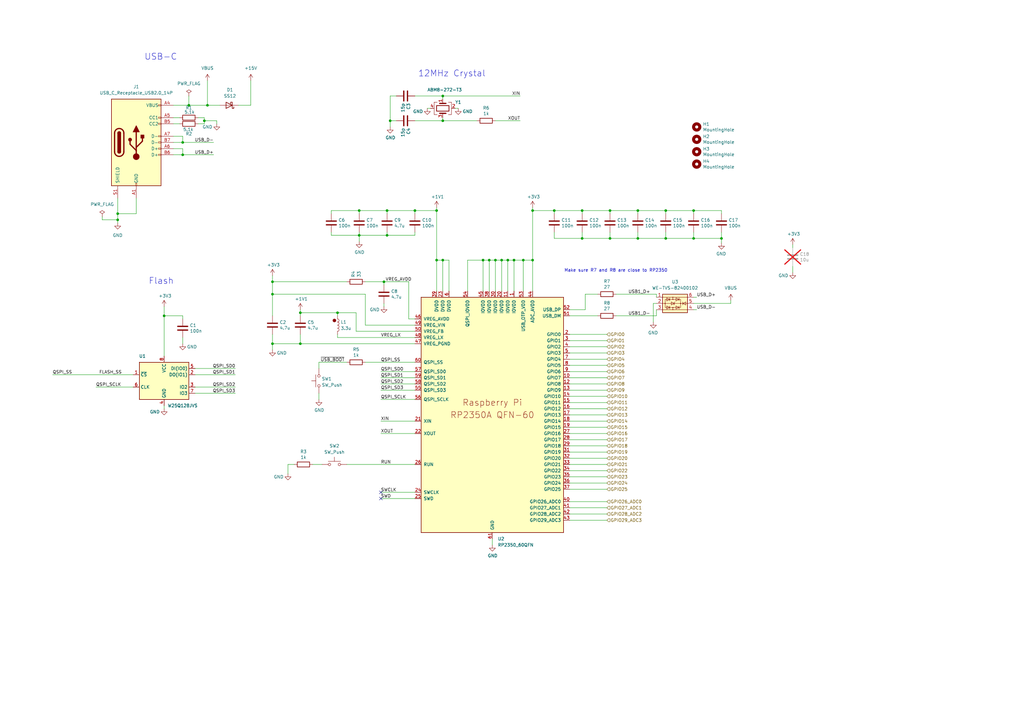
<source format=kicad_sch>
(kicad_sch (version 20250114) (generator "eeschema") (generator_version "9.0")
  (paper "A3")
  (title_block (title "RP2350 MCU") (date "2025-12-11") (rev "1a") (company "Otai Labs") (comment 1 "Design by Syauqi Alias"))
  (lib_symbols
    (symbol "Connector:USB_C_Receptacle_USB2.0_14P" (pin_names (offset 1.016))
      (property "Reference" "J" (at 0 22.225 0))
      (property "Value" "USB_C_Receptacle_USB2.0_14P" (at 0 19.685 0))
      (symbol "USB_C_Receptacle_USB2.0_14P_1_1"
        (pin passive line (at -7.62 -22.86 90) (length 5.08) (name "SHIELD") (number "S1"))
        (pin passive line (at 0 -22.86 90) (length 5.08) (name "GND") (number "A1"))
        (pin passive line (at 0 -22.86 90) (length 5.08) (hide yes) (name "GND") (number "A12"))
        (pin passive line (at 0 -22.86 90) (length 5.08) (hide yes) (name "GND") (number "B1"))
        (pin passive line (at 0 -22.86 90) (length 5.08) (hide yes) (name "GND") (number "B12"))
        (pin passive line (at 15.24 15.24 180) (length 5.08) (name "VBUS") (number "A4"))
        (pin passive line (at 15.24 15.24 180) (length 5.08) (hide yes) (name "VBUS") (number "A9"))
        (pin passive line (at 15.24 15.24 180) (length 5.08) (hide yes) (name "VBUS") (number "B4"))
        (pin passive line (at 15.24 15.24 180) (length 5.08) (hide yes) (name "VBUS") (number "B9"))
        (pin bidirectional line (at 15.24 10.16 180) (length 5.08) (name "CC1") (number "A5"))
        (pin bidirectional line (at 15.24 7.62 180) (length 5.08) (name "CC2") (number "B5"))
        (pin bidirectional line (at 15.24 2.54 180) (length 5.08) (name "D-") (number "A7"))
        (pin bidirectional line (at 15.24 0 180) (length 5.08) (name "D-") (number "B7"))
        (pin bidirectional line (at 15.24 -2.54 180) (length 5.08) (name "D+") (number "A6"))
        (pin bidirectional line (at 15.24 -5.08 180) (length 5.08) (name "D+") (number "B6"))
      )
    )
    (symbol "Device:C" (pin_numbers (hide yes)) (pin_names (offset 0.254))
      (property "Reference" "C" (at 0.635 2.54 0))
      (property "Value" "C" (at 0.635 -2.54 0))
      (symbol "C_1_1"
        (pin passive line (at 0 3.81 270) (length 2.794) (name "~") (number "1"))
        (pin passive line (at 0 -3.81 90) (length 2.794) (name "~") (number "2"))
      )
    )
    (symbol "Device:Crystal_GND24" (pin_names (offset 1.016) (hide yes))
      (property "Reference" "Y" (at 3.175 5.08 0))
      (property "Value" "Crystal_GND24" (at 3.175 3.175 0))
      (symbol "Crystal_GND24_1_1"
        (pin passive line (at -3.81 0 0) (length 1.27) (name "1") (number "1"))
        (pin passive line (at 0 5.08 270) (length 1.27) (name "2") (number "2"))
        (pin passive line (at 0 -5.08 90) (length 1.27) (name "4") (number "4"))
        (pin passive line (at 3.81 0 180) (length 1.27) (name "3") (number "3"))
      )
    )
    (symbol "Device:L" (pin_numbers (hide yes)) (pin_names (offset 1.016) (hide yes))
      (property "Reference" "L" (at -1.27 0 90))
      (property "Value" "L" (at 1.905 0 90))
      (symbol "L_1_1"
        (pin passive line (at 0 3.81 270) (length 1.27) (name "1") (number "1"))
        (pin passive line (at 0 -3.81 90) (length 1.27) (name "2") (number "2"))
      )
    )
    (symbol "Device:R" (pin_numbers (hide yes)) (pin_names (offset 0))
      (property "Reference" "R" (at 2.032 0 90))
      (property "Value" "R" (at 0 0 90))
      (symbol "R_1_1"
        (pin passive line (at 0 3.81 270) (length 1.27) (name "~") (number "1"))
        (pin passive line (at 0 -3.81 90) (length 1.27) (name "~") (number "2"))
      )
    )
    (symbol "Diode:SS12" (pin_numbers (hide yes)) (pin_names (offset 1.016) (hide yes))
      (property "Reference" "D" (at 0 2.54 0))
      (property "Value" "SS12" (at 0 -2.54 0))
      (symbol "SS12_1_1"
        (pin passive line (at -3.81 0 0) (length 2.54) (name "K") (number "1"))
        (pin passive line (at 3.81 0 180) (length 2.54) (name "A") (number "2"))
      )
    )
    (symbol "MCU_RaspberryPi_RP2350:R" (pin_numbers (hide yes)) (pin_names (offset 0))
      (property "Reference" "R" (at 2.032 0 90))
      (property "Value" "R" (at 0 0 90))
      (symbol "R_1_1"
        (pin passive line (at 0 3.81 270) (length 1.27) (name "~") (number "1"))
        (pin passive line (at 0 -3.81 90) (length 1.27) (name "~") (number "2"))
      )
    )
    (symbol "MCU_RaspberryPi_RP2350:RP2350_60QFN" (pin_names (offset 1.016))
      (property "Reference" "U" (at -29.21 49.53 0))
      (property "Value" "RP2350_60QFN" (at 24.13 -49.53 0))
      (symbol "RP2350_60QFN_0_0"
        (text "Raspberry Pi" (at 0 5.08 0) (effects (font (size 2.54 2.54))))
      )
      (symbol "RP2350_60QFN_1_0"
        (text "RP2350A QFN-60" (at 0 0 0) (effects (font (size 2.54 2.54))))
      )
      (symbol "RP2350_60QFN_1_1"
        (pin power_in line (at -31.75 39.37 0) (length 2.54) (name "VREG_AVDD") (number "46"))
        (pin power_in line (at -31.75 36.83 0) (length 2.54) (name "VREG_VIN") (number "49"))
        (pin input line (at -31.75 34.29 0) (length 2.54) (name "VREG_FB") (number "50"))
        (pin power_out line (at -31.75 31.75 0) (length 2.54) (name "VREG_LX") (number "48"))
        (pin power_in line (at -31.75 29.21 0) (length 2.54) (name "VREG_PGND") (number "47"))
        (pin bidirectional line (at -31.75 21.59 0) (length 2.54) (name "QSPI_SS") (number "60"))
        (pin bidirectional line (at -31.75 17.78 0) (length 2.54) (name "QSPI_SD0") (number "57"))
        (pin bidirectional line (at -31.75 15.24 0) (length 2.54) (name "QSPI_SD1") (number "59"))
        (pin bidirectional line (at -31.75 12.7 0) (length 2.54) (name "QSPI_SD2") (number "58"))
        (pin bidirectional line (at -31.75 10.16 0) (length 2.54) (name "QSPI_SD3") (number "55"))
        (pin output line (at -31.75 6.35 0) (length 2.54) (name "QSPI_SCLK") (number "56"))
        (pin input line (at -31.75 -2.54 0) (length 2.54) (name "XIN") (number "21"))
        (pin passive line (at -31.75 -7.62 0) (length 2.54) (name "XOUT") (number "22"))
        (pin input line (at -31.75 -20.32 0) (length 2.54) (name "RUN") (number "26"))
        (pin output line (at -31.75 -31.75 0) (length 2.54) (name "SWCLK") (number "24"))
        (pin bidirectional line (at -31.75 -34.29 0) (length 2.54) (name "SWD") (number "25"))
        (pin power_in line (at -22.86 50.8 270) (length 2.54) (name "DVDD") (number "39"))
        (pin power_in line (at -20.32 50.8 270) (length 2.54) (name "DVDD") (number "23"))
        (pin power_in line (at -17.78 50.8 270) (length 2.54) (name "DVDD") (number "6"))
        (pin power_in line (at -10.16 50.8 270) (length 2.54) (name "QSPI_IOVDD") (number "54"))
        (pin power_in line (at -3.81 50.8 270) (length 2.54) (name "IOVDD") (number "45"))
        (pin power_in line (at -1.27 50.8 270) (length 2.54) (name "IOVDD") (number "38"))
        (pin power_in line (at 0 -50.8 90) (length 2.54) (name "GND") (number "61"))
        (pin power_in line (at 1.27 50.8 270) (length 2.54) (name "IOVDD") (number "30"))
        (pin power_in line (at 3.81 50.8 270) (length 2.54) (name "IOVDD") (number "20"))
        (pin power_in line (at 6.35 50.8 270) (length 2.54) (name "IOVDD") (number "11"))
        (pin power_in line (at 8.89 50.8 270) (length 2.54) (name "IOVDD") (number "1"))
        (pin power_in line (at 12.7 50.8 270) (length 2.54) (name "USB_OTP_VDD") (number "53"))
        (pin power_in line (at 16.51 50.8 270) (length 2.54) (name "ADC_AVDD") (number "44"))
        (pin bidirectional line (at 31.75 43.18 180) (length 2.54) (name "USB_DP") (number "52"))
        (pin bidirectional line (at 31.75 40.64 180) (length 2.54) (name "USB_DM") (number "51"))
        (pin bidirectional line (at 31.75 33.02 180) (length 2.54) (name "GPIO0") (number "2"))
        (pin bidirectional line (at 31.75 30.48 180) (length 2.54) (name "GPIO1") (number "3"))
        (pin bidirectional line (at 31.75 27.94 180) (length 2.54) (name "GPIO2") (number "4"))
        (pin bidirectional line (at 31.75 25.4 180) (length 2.54) (name "GPIO3") (number "5"))
        (pin bidirectional line (at 31.75 22.86 180) (length 2.54) (name "GPIO4") (number "7"))
        (pin bidirectional line (at 31.75 20.32 180) (length 2.54) (name "GPIO5") (number "8"))
        (pin bidirectional line (at 31.75 17.78 180) (length 2.54) (name "GPIO6") (number "9"))
        (pin bidirectional line (at 31.75 15.24 180) (length 2.54) (name "GPIO7") (number "10"))
        (pin bidirectional line (at 31.75 12.7 180) (length 2.54) (name "GPIO8") (number "12"))
        (pin bidirectional line (at 31.75 10.16 180) (length 2.54) (name "GPIO9") (number "13"))
        (pin bidirectional line (at 31.75 7.62 180) (length 2.54) (name "GPIO10") (number "14"))
        (pin bidirectional line (at 31.75 5.08 180) (length 2.54) (name "GPIO11") (number "15"))
        (pin bidirectional line (at 31.75 2.54 180) (length 2.54) (name "GPIO12") (number "16"))
        (pin bidirectional line (at 31.75 0 180) (length 2.54) (name "GPIO13") (number "17"))
        (pin bidirectional line (at 31.75 -2.54 180) (length 2.54) (name "GPIO14") (number "18"))
        (pin bidirectional line (at 31.75 -5.08 180) (length 2.54) (name "GPIO15") (number "19"))
        (pin bidirectional line (at 31.75 -7.62 180) (length 2.54) (name "GPIO16") (number "27"))
        (pin bidirectional line (at 31.75 -10.16 180) (length 2.54) (name "GPIO17") (number "28"))
        (pin bidirectional line (at 31.75 -12.7 180) (length 2.54) (name "GPIO18") (number "29"))
        (pin bidirectional line (at 31.75 -15.24 180) (length 2.54) (name "GPIO19") (number "31"))
        (pin bidirectional line (at 31.75 -17.78 180) (length 2.54) (name "GPIO20") (number "32"))
        (pin bidirectional line (at 31.75 -20.32 180) (length 2.54) (name "GPIO21") (number "33"))
        (pin bidirectional line (at 31.75 -22.86 180) (length 2.54) (name "GPIO22") (number "34"))
        (pin bidirectional line (at 31.75 -25.4 180) (length 2.54) (name "GPIO23") (number "35"))
        (pin bidirectional line (at 31.75 -27.94 180) (length 2.54) (name "GPIO24") (number "36"))
        (pin bidirectional line (at 31.75 -30.48 180) (length 2.54) (name "GPIO25") (number "37"))
        (pin bidirectional line (at 31.75 -35.56 180) (length 2.54) (name "GPIO26_ADC0") (number "40"))
        (pin bidirectional line (at 31.75 -38.1 180) (length 2.54) (name "GPIO27_ADC1") (number "41"))
        (pin bidirectional line (at 31.75 -40.64 180) (length 2.54) (name "GPIO28_ADC2") (number "42"))
        (pin bidirectional line (at 31.75 -43.18 180) (length 2.54) (name "GPIO29_ADC3") (number "43"))
      )
    )
    (symbol "MCU_RaspberryPi_RP2350:SW_Push" (pin_numbers (hide yes)) (pin_names (offset 1.016) (hide yes))
      (property "Reference" "SW" (at 1.27 2.54 0))
      (property "Value" "SW_Push" (at 0 -1.524 0))
      (symbol "SW_Push_0_1"
        (pin passive line (at -5.08 0 0) (length 2.54) (name "1") (number "1"))
        (pin passive line (at 5.08 0 180) (length 2.54) (name "2") (number "2"))
      )
    )
    (symbol "MCU_RaspberryPi_RP2350:W25Q128JVS"
      (property "Reference" "U" (at -8.89 8.89 0))
      (property "Value" "W25Q128JVS" (at 7.62 8.89 0))
      (symbol "W25Q128JVS_1_1"
        (pin input line (at -12.7 2.54 0) (length 2.54) (name "~{CS}") (number "1"))
        (pin input line (at -12.7 -2.54 0) (length 2.54) (name "CLK") (number "6"))
        (pin power_in line (at 0 10.16 270) (length 2.54) (name "VCC") (number "8"))
        (pin power_in line (at 0 -10.16 90) (length 2.54) (name "GND") (number "4"))
        (pin bidirectional line (at 12.7 5.08 180) (length 2.54) (name "DI(IO0)") (number "5"))
        (pin bidirectional line (at 12.7 2.54 180) (length 2.54) (name "DO(IO1)") (number "2"))
        (pin bidirectional line (at 12.7 -2.54 180) (length 2.54) (name "IO2") (number "3"))
        (pin bidirectional line (at 12.7 -5.08 180) (length 2.54) (name "IO3") (number "7"))
      )
    )
    (symbol "Mechanical:MountingHole" (pin_names (offset 1.016))
      (property "Reference" "H" (at 0 5.08 0))
      (property "Value" "MountingHole" (at 0 3.175 0))
    )
    (symbol "Power_Protection:WE-TVS-82400102"
      (property "Reference" "U" (at 0 7.62 0))
      (property "Value" "WE-TVS-82400102" (at 0 5.08 0))
      (symbol "WE-TVS-82400102_1_1"
        (pin passive line (at -7.62 2.54 0) (length 2.54) (name "~") (number "1"))
        (pin passive line (at -7.62 0 0) (length 2.54) (name "~") (number "2"))
        (pin passive line (at -7.62 -2.54 0) (length 2.54) (name "~") (number "3"))
        (pin passive line (at 7.62 2.54 180) (length 2.54) (name "~") (number "6"))
        (pin passive line (at 7.62 0 180) (length 2.54) (name "~") (number "5"))
        (pin passive line (at 7.62 -2.54 180) (length 2.54) (name "~") (number "4"))
      )
    )
    (symbol "power:+15V" (power) (pin_numbers (hide yes)) (pin_names (offset 0) (hide yes))
      (property "Value" "+15V" (at 0 3.556 0))
      (symbol "+15V_1_1"
        (pin power_in line (at 0 0 90) (length 0) (name "~") (number "1"))
      )
    )
    (symbol "power:+1V1" (power) (pin_names (offset 0))
      (property "Value" "+1V1" (at 0 3.556 0))
      (symbol "+1V1_1_1"
        (pin power_in line (at 0 0 90) (length 0) (hide yes) (name "+1V1") (number "1"))
      )
    )
    (symbol "power:+3V3" (power) (pin_names (offset 0))
      (property "Value" "+3V3" (at 0 3.556 0))
      (symbol "+3V3_1_1"
        (pin power_in line (at 0 0 90) (length 0) (hide yes) (name "+3V3") (number "1"))
      )
    )
    (symbol "power:GND" (power) (pin_names (offset 0))
      (property "Value" "GND" (at 0 -3.81 0))
      (symbol "GND_1_1"
        (pin power_in line (at 0 0 270) (length 0) (hide yes) (name "GND") (number "1"))
      )
    )
    (symbol "power:PWR_FLAG" (power) (pin_numbers (hide yes)) (pin_names (offset 0) (hide yes))
      (property "Value" "PWR_FLAG" (at 0 3.81 0))
      (symbol "PWR_FLAG_0_0"
        (pin power_out line (at 0 0 90) (length 0) (name "~") (number "1"))
      )
    )
    (symbol "power:VBUS" (power) (pin_names (offset 0))
      (property "Value" "VBUS" (at 0 3.81 0))
      (symbol "VBUS_1_1"
        (pin power_in line (at 0 0 90) (length 0) (hide yes) (name "VBUS") (number "1"))
      )
    )
  )
  (circle (center 137.16 131.445) (radius 0.635) (stroke (width 0) (color 132 0 0 1)) (fill (type color) (color 132 0 0 1)))
  (text "12MHz Crystal" (at 171.45 31.75 0) (effects (font (size 2.54 2.54)) (justify left bottom)))
  (text "USB-C" (at 59.182 24.892 0) (effects (font (size 2.54 2.54)) (justify left bottom)))
  (text "- change the usb to to usb-c [done]\n- review back how the UCB C voltage supply are connected, since the main input is 15V [done]\n\n" (at 25.654 -8.636 0) (effects (font (size 1.27 1.27)) (justify left)))
  (text "Flash" (at 60.96 116.84 0) (effects (font (size 2.54 2.54)) (justify left bottom)))
  (text "Make sure R7 and R8 are close to RP2350\n" (at 231.394 111.76 0) (effects (font (size 1.27 1.27)) (justify left bottom)))
  (junction (at 261.62 97.79))
  (junction (at 284.48 86.36))
  (junction (at 111.76 140.97))
  (junction (at 160.02 49.53))
  (junction (at 158.75 96.52))
  (junction (at 77.47 43.18))
  (junction (at 181.61 39.37))
  (junction (at 250.19 86.36))
  (junction (at 210.82 106.68))
  (junction (at 48.26 90.17))
  (junction (at 179.07 86.36))
  (junction (at 85.09 43.18))
  (junction (at 273.05 86.36))
  (junction (at 170.18 86.36))
  (junction (at 147.32 96.52))
  (junction (at 111.76 115.57))
  (junction (at 238.76 97.79))
  (junction (at 138.43 128.27))
  (junction (at 208.28 106.68))
  (junction (at 295.91 97.79))
  (junction (at 181.61 106.68))
  (junction (at 198.12 106.68))
  (junction (at 74.93 63.5))
  (junction (at 179.07 106.68))
  (junction (at 227.33 86.36))
  (junction (at 250.19 97.79))
  (junction (at 83.82 49.53))
  (junction (at 111.76 120.65))
  (junction (at 218.44 106.68))
  (junction (at 67.31 129.54))
  (junction (at 214.63 106.68))
  (junction (at 123.19 128.27))
  (junction (at 200.66 106.68))
  (junction (at 158.75 86.36))
  (junction (at 123.19 140.97))
  (junction (at 147.32 86.36))
  (junction (at 157.48 115.57))
  (junction (at 74.93 58.42))
  (junction (at 261.62 86.36))
  (junction (at 273.05 97.79))
  (junction (at 218.44 86.36))
  (junction (at 284.48 97.79))
  (junction (at 205.74 106.68))
  (junction (at 203.2 106.68))
  (junction (at 48.26 87.63))
  (junction (at 238.76 86.36))
  (junction (at 181.61 49.53))
  (no_connect (at 156.21 204.47))
  (no_connect (at 156.21 201.93))
  (wire (pts (xy 233.68 170.18) (xy 248.92 170.18)))
  (wire (pts (xy 170.18 177.8) (xy 156.21 177.8)))
  (wire (pts (xy 252.73 120.65) (xy 269.24 120.65)))
  (wire (pts (xy 299.72 123.19) (xy 299.72 124.46)))
  (wire (pts (xy 184.15 106.68) (xy 184.15 119.38)))
  (wire (pts (xy 147.32 86.36) (xy 158.75 86.36)))
  (wire (pts (xy 74.93 129.54) (xy 67.31 129.54)))
  (wire (pts (xy 111.76 120.65) (xy 111.76 129.54)))
  (wire (pts (xy 157.48 125.73) (xy 157.48 124.46)))
  (wire (pts (xy 111.76 120.65) (xy 149.86 120.65)))
  (wire (pts (xy 156.21 154.94) (xy 170.18 154.94)))
  (wire (pts (xy 85.09 43.18) (xy 90.17 43.18)))
  (wire (pts (xy 233.68 127) (xy 240.03 127)))
  (wire (pts (xy 233.68 137.16) (xy 248.92 137.16)))
  (wire (pts (xy 233.68 185.42) (xy 248.92 185.42)))
  (wire (pts (xy 205.74 106.68) (xy 208.28 106.68)))
  (wire (pts (xy 146.05 128.27) (xy 138.43 128.27)))
  (wire (pts (xy 284.48 97.79) (xy 295.91 97.79)))
  (wire (pts (xy 238.76 95.25) (xy 238.76 97.79)))
  (wire (pts (xy 147.32 96.52) (xy 158.75 96.52)))
  (wire (pts (xy 203.2 106.68) (xy 205.74 106.68)))
  (wire (pts (xy 284.48 95.25) (xy 284.48 97.79)))
  (wire (pts (xy 208.28 106.68) (xy 210.82 106.68)))
  (wire (pts (xy 233.68 182.88) (xy 248.92 182.88)))
  (wire (pts (xy 269.24 127) (xy 269.24 129.54)))
  (wire (pts (xy 67.31 129.54) (xy 67.31 146.05)))
  (wire (pts (xy 48.26 81.28) (xy 48.26 87.63)))
  (wire (pts (xy 67.31 166.37) (xy 67.31 167.64)))
  (wire (pts (xy 149.86 148.59) (xy 170.18 148.59)))
  (wire (pts (xy 284.48 87.63) (xy 284.48 86.36)))
  (wire (pts (xy 233.68 129.54) (xy 245.11 129.54)))
  (wire (pts (xy 325.12 109.22) (xy 325.12 111.76)))
  (wire (pts (xy 135.89 86.36) (xy 147.32 86.36)))
  (wire (pts (xy 181.61 119.38) (xy 181.61 106.68)))
  (wire (pts (xy 170.18 39.37) (xy 181.61 39.37)))
  (wire (pts (xy 80.01 161.29) (xy 96.52 161.29)))
  (wire (pts (xy 128.27 190.5) (xy 132.08 190.5)))
  (wire (pts (xy 233.68 195.58) (xy 248.92 195.58)))
  (wire (pts (xy 238.76 86.36) (xy 250.19 86.36)))
  (wire (pts (xy 39.37 158.75) (xy 54.61 158.75)))
  (wire (pts (xy 233.68 149.86) (xy 248.92 149.86)))
  (wire (pts (xy 156.21 160.02) (xy 170.18 160.02)))
  (wire (pts (xy 240.03 120.65) (xy 240.03 127)))
  (wire (pts (xy 138.43 138.43) (xy 170.18 138.43)))
  (wire (pts (xy 179.07 85.09) (xy 179.07 86.36)))
  (wire (pts (xy 227.33 95.25) (xy 227.33 97.79)))
  (wire (pts (xy 267.97 132.08) (xy 267.97 124.46)))
  (wire (pts (xy 175.26 44.45) (xy 176.53 44.45)))
  (wire (pts (xy 83.82 49.53) (xy 88.9 49.53)))
  (wire (pts (xy 74.93 130.81) (xy 74.93 129.54)))
  (wire (pts (xy 181.61 48.26) (xy 181.61 49.53)))
  (wire (pts (xy 170.18 87.63) (xy 170.18 86.36)))
  (wire (pts (xy 191.77 106.68) (xy 198.12 106.68)))
  (wire (pts (xy 156.21 172.72) (xy 170.18 172.72)))
  (wire (pts (xy 77.47 43.18) (xy 85.09 43.18)))
  (wire (pts (xy 233.68 180.34) (xy 248.92 180.34)))
  (wire (pts (xy 158.75 86.36) (xy 170.18 86.36)))
  (wire (pts (xy 186.69 44.45) (xy 187.96 44.45)))
  (wire (pts (xy 123.19 140.97) (xy 170.18 140.97)))
  (wire (pts (xy 181.61 106.68) (xy 184.15 106.68)))
  (wire (pts (xy 218.44 106.68) (xy 218.44 119.38)))
  (wire (pts (xy 325.12 100.33) (xy 325.12 101.6)))
  (wire (pts (xy 71.12 50.8) (xy 73.66 50.8)))
  (wire (pts (xy 147.32 87.63) (xy 147.32 86.36)))
  (wire (pts (xy 233.68 208.28) (xy 248.92 208.28)))
  (wire (pts (xy 111.76 115.57) (xy 142.24 115.57)))
  (wire (pts (xy 88.9 49.53) (xy 88.9 50.8)))
  (wire (pts (xy 146.05 135.89) (xy 146.05 128.27)))
  (wire (pts (xy 284.48 86.36) (xy 295.91 86.36)))
  (wire (pts (xy 261.62 95.25) (xy 261.62 97.79)))
  (wire (pts (xy 142.24 190.5) (xy 170.18 190.5)))
  (wire (pts (xy 123.19 137.16) (xy 123.19 140.97)))
  (wire (pts (xy 191.77 119.38) (xy 191.77 106.68)))
  (wire (pts (xy 48.26 87.63) (xy 55.88 87.63)))
  (wire (pts (xy 233.68 193.04) (xy 248.92 193.04)))
  (wire (pts (xy 102.87 33.02) (xy 102.87 43.18)))
  (wire (pts (xy 81.28 48.26) (xy 83.82 48.26)))
  (wire (pts (xy 295.91 95.25) (xy 295.91 97.79)))
  (wire (pts (xy 170.18 201.93) (xy 156.21 201.93)))
  (wire (pts (xy 71.12 43.18) (xy 77.47 43.18)))
  (wire (pts (xy 157.48 115.57) (xy 167.64 115.57)))
  (wire (pts (xy 167.64 115.57) (xy 167.64 130.81)))
  (wire (pts (xy 233.68 162.56) (xy 248.92 162.56)))
  (wire (pts (xy 55.88 87.63) (xy 55.88 81.28)))
  (wire (pts (xy 149.86 115.57) (xy 157.48 115.57)))
  (wire (pts (xy 156.21 157.48) (xy 170.18 157.48)))
  (wire (pts (xy 233.68 190.5) (xy 248.92 190.5)))
  (wire (pts (xy 233.68 172.72) (xy 248.92 172.72)))
  (wire (pts (xy 80.01 151.13) (xy 96.52 151.13)))
  (wire (pts (xy 284.48 97.79) (xy 273.05 97.79)))
  (wire (pts (xy 273.05 87.63) (xy 273.05 86.36)))
  (wire (pts (xy 147.32 96.52) (xy 135.89 96.52)))
  (wire (pts (xy 111.76 140.97) (xy 111.76 143.51)))
  (wire (pts (xy 240.03 120.65) (xy 245.11 120.65)))
  (wire (pts (xy 167.64 130.81) (xy 170.18 130.81)))
  (wire (pts (xy 233.68 187.96) (xy 248.92 187.96)))
  (wire (pts (xy 162.56 39.37) (xy 160.02 39.37)))
  (wire (pts (xy 233.68 175.26) (xy 248.92 175.26)))
  (wire (pts (xy 138.43 128.27) (xy 138.43 129.54)))
  (wire (pts (xy 135.89 87.63) (xy 135.89 86.36)))
  (wire (pts (xy 227.33 87.63) (xy 227.33 86.36)))
  (wire (pts (xy 208.28 119.38) (xy 208.28 106.68)))
  (wire (pts (xy 83.82 50.8) (xy 81.28 50.8)))
  (wire (pts (xy 273.05 97.79) (xy 261.62 97.79)))
  (wire (pts (xy 210.82 106.68) (xy 214.63 106.68)))
  (wire (pts (xy 80.01 158.75) (xy 96.52 158.75)))
  (wire (pts (xy 74.93 63.5) (xy 87.63 63.5)))
  (wire (pts (xy 118.11 190.5) (xy 118.11 194.31)))
  (wire (pts (xy 238.76 87.63) (xy 238.76 86.36)))
  (wire (pts (xy 273.05 86.36) (xy 284.48 86.36)))
  (wire (pts (xy 238.76 97.79) (xy 227.33 97.79)))
  (wire (pts (xy 77.47 39.37) (xy 77.47 43.18)))
  (wire (pts (xy 250.19 95.25) (xy 250.19 97.79)))
  (wire (pts (xy 130.81 148.59) (xy 142.24 148.59)))
  (wire (pts (xy 284.48 121.92) (xy 285.75 121.92)))
  (wire (pts (xy 158.75 95.25) (xy 158.75 96.52)))
  (wire (pts (xy 295.91 87.63) (xy 295.91 86.36)))
  (wire (pts (xy 201.93 220.98) (xy 201.93 223.52)))
  (wire (pts (xy 123.19 128.27) (xy 138.43 128.27)))
  (wire (pts (xy 233.68 142.24) (xy 248.92 142.24)))
  (wire (pts (xy 181.61 39.37) (xy 213.36 39.37)))
  (wire (pts (xy 71.12 63.5) (xy 74.93 63.5)))
  (wire (pts (xy 233.68 160.02) (xy 248.92 160.02)))
  (wire (pts (xy 233.68 198.12) (xy 248.92 198.12)))
  (wire (pts (xy 111.76 113.03) (xy 111.76 115.57)))
  (wire (pts (xy 227.33 86.36) (xy 238.76 86.36)))
  (wire (pts (xy 74.93 63.5) (xy 74.93 60.96)))
  (wire (pts (xy 147.32 96.52) (xy 147.32 99.06)))
  (wire (pts (xy 181.61 49.53) (xy 195.58 49.53)))
  (wire (pts (xy 83.82 49.53) (xy 83.82 50.8)))
  (wire (pts (xy 181.61 40.64) (xy 181.61 39.37)))
  (wire (pts (xy 170.18 49.53) (xy 181.61 49.53)))
  (wire (pts (xy 74.93 58.42) (xy 74.93 55.88)))
  (wire (pts (xy 233.68 177.8) (xy 248.92 177.8)))
  (wire (pts (xy 205.74 119.38) (xy 205.74 106.68)))
  (wire (pts (xy 295.91 97.79) (xy 295.91 99.695)))
  (wire (pts (xy 218.44 86.36) (xy 218.44 106.68)))
  (wire (pts (xy 250.19 86.36) (xy 261.62 86.36)))
  (wire (pts (xy 158.75 87.63) (xy 158.75 86.36)))
  (wire (pts (xy 233.68 139.7) (xy 248.92 139.7)))
  (wire (pts (xy 147.32 95.25) (xy 147.32 96.52)))
  (wire (pts (xy 74.93 58.42) (xy 87.63 58.42)))
  (wire (pts (xy 198.12 119.38) (xy 198.12 106.68)))
  (wire (pts (xy 233.68 213.36) (xy 248.92 213.36)))
  (wire (pts (xy 83.82 48.26) (xy 83.82 49.53)))
  (wire (pts (xy 233.68 147.32) (xy 248.92 147.32)))
  (wire (pts (xy 160.02 39.37) (xy 160.02 49.53)))
  (wire (pts (xy 123.19 129.54) (xy 123.19 128.27)))
  (wire (pts (xy 233.68 167.64) (xy 248.92 167.64)))
  (wire (pts (xy 111.76 140.97) (xy 123.19 140.97)))
  (wire (pts (xy 170.18 204.47) (xy 156.21 204.47)))
  (wire (pts (xy 158.75 96.52) (xy 170.18 96.52)))
  (wire (pts (xy 284.48 127) (xy 285.75 127)))
  (wire (pts (xy 179.07 86.36) (xy 179.07 106.68)))
  (wire (pts (xy 111.76 115.57) (xy 111.76 120.65)))
  (wire (pts (xy 71.12 48.26) (xy 73.66 48.26)))
  (wire (pts (xy 261.62 97.79) (xy 250.19 97.79)))
  (wire (pts (xy 218.44 86.36) (xy 227.33 86.36)))
  (wire (pts (xy 233.68 165.1) (xy 248.92 165.1)))
  (wire (pts (xy 261.62 86.36) (xy 273.05 86.36)))
  (wire (pts (xy 156.21 152.4) (xy 170.18 152.4)))
  (wire (pts (xy 233.68 200.66) (xy 248.92 200.66)))
  (wire (pts (xy 170.18 96.52) (xy 170.18 95.25)))
  (wire (pts (xy 135.89 96.52) (xy 135.89 95.25)))
  (wire (pts (xy 71.12 60.96) (xy 74.93 60.96)))
  (wire (pts (xy 130.81 161.29) (xy 130.81 163.83)))
  (wire (pts (xy 269.24 120.65) (xy 269.24 121.92)))
  (wire (pts (xy 214.63 119.38) (xy 214.63 106.68)))
  (wire (pts (xy 130.81 148.59) (xy 130.81 151.13)))
  (wire (pts (xy 170.18 86.36) (xy 179.07 86.36)))
  (wire (pts (xy 203.2 119.38) (xy 203.2 106.68)))
  (wire (pts (xy 162.56 49.53) (xy 160.02 49.53)))
  (wire (pts (xy 120.65 190.5) (xy 118.11 190.5)))
  (wire (pts (xy 160.02 49.53) (xy 160.02 52.07)))
  (wire (pts (xy 179.07 106.68) (xy 179.07 119.38)))
  (wire (pts (xy 233.68 210.82) (xy 248.92 210.82)))
  (wire (pts (xy 80.01 153.67) (xy 96.52 153.67)))
  (wire (pts (xy 41.91 90.17) (xy 48.26 90.17)))
  (wire (pts (xy 200.66 119.38) (xy 200.66 106.68)))
  (wire (pts (xy 198.12 106.68) (xy 200.66 106.68)))
  (wire (pts (xy 157.48 115.57) (xy 157.48 116.84)))
  (wire (pts (xy 261.62 87.63) (xy 261.62 86.36)))
  (wire (pts (xy 203.2 49.53) (xy 213.36 49.53)))
  (wire (pts (xy 48.26 87.63) (xy 48.26 90.17)))
  (wire (pts (xy 200.66 106.68) (xy 203.2 106.68)))
  (wire (pts (xy 250.19 87.63) (xy 250.19 86.36)))
  (wire (pts (xy 218.44 85.09) (xy 218.44 86.36)))
  (wire (pts (xy 233.68 152.4) (xy 248.92 152.4)))
  (wire (pts (xy 233.68 154.94) (xy 248.92 154.94)))
  (wire (pts (xy 149.86 120.65) (xy 149.86 133.35)))
  (wire (pts (xy 97.79 43.18) (xy 102.87 43.18)))
  (wire (pts (xy 67.31 125.73) (xy 67.31 129.54)))
  (wire (pts (xy 48.26 90.17) (xy 48.26 91.44)))
  (wire (pts (xy 233.68 205.74) (xy 248.92 205.74)))
  (wire (pts (xy 170.18 163.83) (xy 156.21 163.83)))
  (wire (pts (xy 71.12 58.42) (xy 74.93 58.42)))
  (wire (pts (xy 250.19 97.79) (xy 238.76 97.79)))
  (wire (pts (xy 85.09 33.02) (xy 85.09 43.18)))
  (wire (pts (xy 138.43 138.43) (xy 138.43 137.16)))
  (wire (pts (xy 233.68 157.48) (xy 248.92 157.48)))
  (wire (pts (xy 233.68 144.78) (xy 248.92 144.78)))
  (wire (pts (xy 181.61 106.68) (xy 179.07 106.68)))
  (wire (pts (xy 273.05 95.25) (xy 273.05 97.79)))
  (wire (pts (xy 71.12 55.88) (xy 74.93 55.88)))
  (wire (pts (xy 74.93 138.43) (xy 74.93 140.97)))
  (wire (pts (xy 210.82 106.68) (xy 210.82 119.38)))
  (wire (pts (xy 111.76 137.16) (xy 111.76 140.97)))
  (wire (pts (xy 149.86 133.35) (xy 170.18 133.35)))
  (wire (pts (xy 123.19 127) (xy 123.19 128.27)))
  (wire (pts (xy 284.48 124.46) (xy 299.72 124.46)))
  (wire (pts (xy 214.63 106.68) (xy 218.44 106.68)))
  (wire (pts (xy 252.73 129.54) (xy 269.24 129.54)))
  (wire (pts (xy 170.18 135.89) (xy 146.05 135.89)))
  (wire (pts (xy 21.59 153.67) (xy 54.61 153.67)))
  (wire (pts (xy 267.97 124.46) (xy 269.24 124.46)))
  (wire (pts (xy 41.91 88.9) (xy 41.91 90.17)))
  (label "USB_D-" (at 87.63 58.42 180))
  (label "QSPI_SD3" (at 96.52 161.29 180))
  (label "QSPI_SD1" (at 96.52 153.67 180))
  (label "USB_D+" (at 87.63 63.5 180))
  (label "QSPI_SD1" (at 156.21 154.94 0))
  (label "VREG_AVDD" (at 158.115 115.57 0))
  (label "QSPI_SS" (at 156.21 148.59 0))
  (label "USB_D+" (at 285.75 121.92 0))
  (label "QSPI_SD0" (at 96.52 151.13 180))
  (label "~{USB_BOOT}" (at 131.445 148.59 0))
  (label "QSPI_SCLK" (at 156.21 163.83 0))
  (label "QSPI_SD2" (at 156.21 157.48 0))
  (label "QSPI_SCLK" (at 39.37 158.75 0))
  (label "QSPI_SD2" (at 96.52 158.75 180))
  (label "RUN" (at 156.21 190.5 0))
  (label "SWD" (at 156.21 204.47 0))
  (label "USB1_D+" (at 266.7 120.65 180))
  (label "FLASH_SS" (at 40.64 153.67 0))
  (label "QSPI_SD0" (at 156.21 152.4 0))
  (label "XIN" (at 213.36 39.37 180))
  (label "XOUT" (at 213.36 49.53 180))
  (label "XIN" (at 156.21 172.72 0))
  (label "USB_D-" (at 285.75 127 0))
  (label "SWCLK" (at 156.21 201.93 0))
  (label "XOUT" (at 156.21 177.8 0))
  (label "VREG_LX" (at 156.21 138.43 0))
  (label "USB1_D-" (at 266.7 129.54 180))
  (label "QSPI_SD3" (at 156.21 160.02 0))
  (label "QSPI_SS" (at 21.59 153.67 0))
  (hierarchical_label "GPIO27_ADC1" (shape input) (at 248.92 208.28 0))
  (hierarchical_label "GPIO0" (shape input) (at 248.92 137.16 0))
  (hierarchical_label "GPIO19" (shape input) (at 248.92 185.42 0))
  (hierarchical_label "GPIO6" (shape input) (at 248.92 152.4 0))
  (hierarchical_label "GPIO5" (shape input) (at 248.92 149.86 0))
  (hierarchical_label "GPIO17" (shape input) (at 248.92 180.34 0))
  (hierarchical_label "GPIO9" (shape input) (at 248.92 160.02 0))
  (hierarchical_label "GPIO4" (shape input) (at 248.92 147.32 0))
  (hierarchical_label "GPIO15" (shape input) (at 248.92 175.26 0))
  (hierarchical_label "GPIO16" (shape input) (at 248.92 177.8 0))
  (hierarchical_label "GPIO11" (shape input) (at 248.92 165.1 0))
  (hierarchical_label "GPIO3" (shape input) (at 248.92 144.78 0))
  (hierarchical_label "GPIO13" (shape input) (at 248.92 170.18 0))
  (hierarchical_label "GPIO12" (shape input) (at 248.92 167.64 0))
  (hierarchical_label "GPIO14" (shape input) (at 248.92 172.72 0))
  (hierarchical_label "GPIO20" (shape input) (at 248.92 187.96 0))
  (hierarchical_label "GPIO7" (shape input) (at 248.92 154.94 0))
  (hierarchical_label "GPIO2" (shape input) (at 248.92 142.24 0))
  (hierarchical_label "GPIO10" (shape input) (at 248.92 162.56 0))
  (hierarchical_label "GPIO18" (shape input) (at 248.92 182.88 0))
  (hierarchical_label "GPIO28_ADC2" (shape input) (at 248.92 210.82 0))
  (hierarchical_label "GPIO23" (shape input) (at 248.92 195.58 0))
  (hierarchical_label "GPIO25" (shape input) (at 248.92 200.66 0))
  (hierarchical_label "GPIO24" (shape input) (at 248.92 198.12 0))
  (hierarchical_label "GPIO29_ADC3" (shape input) (at 248.92 213.36 0))
  (hierarchical_label "GPIO8" (shape input) (at 248.92 157.48 0))
  (hierarchical_label "GPIO21" (shape input) (at 248.92 190.5 0))
  (hierarchical_label "GPIO1" (shape input) (at 248.92 139.7 0))
  (hierarchical_label "GPIO26_ADC0" (shape input) (at 248.92 205.74 0))
  (hierarchical_label "GPIO22" (shape input) (at 248.92 193.04 0))
  (symbol (lib_id "MCU_RaspberryPi_RP2350:W25Q128JVS") (at 67.31 156.21 0) (unit 1)
    (property "Reference" "U1" (at 58.42 146.05 0))
    (property "Value" "W25Q128JVS" (at 74.93 166.37 0))
    (property "Footprint" "Package_SO:SOIC-8_5.3x5.3mm_P1.27mm" (effects (hide yes)))
    (property "Datasheet" "http://www.winbond.com/resource-files/w25q128jv_dtr%20revc%2003272018%20plus.pdf" (effects (hide yes)))
    (property "MPN" "W25Q128JVSIM TR " (effects (hide yes)))
    (property "mouser" "454-W25Q128JVSIMTR " (effects (hide yes)))
  )
  (symbol (lib_id "power:GND") (at 201.93 223.52 0) (unit 1)
    (property "Reference" "#PWR019" (effects (hide yes)))
    (property "Value" "GND" (at 202.057 227.9142 0))
  )
  (symbol (lib_id "Device:R") (at 248.92 120.65 270) (unit 1)
    (property "Reference" "R7" (at 248.92 115.3922 90))
    (property "Value" "27" (at 248.92 117.7036 90))
    (property "Footprint" "Resistor_SMD:R_0603_1608Metric_Pad0.98x0.95mm_HandSolder" (effects (hide yes)))
    (property "mouser" "603-RC0603FR-1327RL " (effects (hide yes)))
  )
  (symbol (lib_id "power:+3V3") (at 218.44 85.09 0) (unit 1)
    (property "Reference" "#PWR020" (effects (hide yes)))
    (property "Value" "+3V3" (at 218.821 80.6958 0))
  )
  (symbol (lib_id "Device:C") (at 227.33 91.44 0) (unit 1)
    (property "Reference" "C11" (at 230.251 90.2716 0) (effects (justify left)))
    (property "Value" "100n" (at 230.251 92.583 0) (effects (justify left)))
    (property "Footprint" "Capacitor_SMD:C_0603_1608Metric_Pad1.08x0.95mm_HandSolder" (effects (hide yes)))
    (property "mouser" "581-KGM15AR70J104KM" (effects (hide yes)))
  )
  (symbol (lib_id "Mechanical:MountingHole") (at 285.75 52.07 0) (unit 1) (in_bom no)
    (property "Reference" "H1" (at 288.29 50.9016 0) (effects (justify left)))
    (property "Value" "MountingHole" (at 288.29 53.213 0) (effects (justify left)))
    (property "Footprint" "MountingHole:MountingHole_2.7mm_M2.5_DIN965_Pad_TopBottom" (effects (hide yes)))
  )
  (symbol (lib_id "Mechanical:MountingHole") (at 285.75 57.15 0) (unit 1) (in_bom no)
    (property "Reference" "H2" (at 288.29 55.9816 0) (effects (justify left)))
    (property "Value" "MountingHole" (at 288.29 58.293 0) (effects (justify left)))
    (property "Footprint" "MountingHole:MountingHole_2.7mm_M2.5_DIN965_Pad_TopBottom" (effects (hide yes)))
  )
  (symbol (lib_id "Mechanical:MountingHole") (at 285.75 62.23 0) (unit 1) (in_bom no)
    (property "Reference" "H3" (at 288.29 61.0616 0) (effects (justify left)))
    (property "Value" "MountingHole" (at 288.29 63.373 0) (effects (justify left)))
    (property "Footprint" "MountingHole:MountingHole_2.7mm_M2.5_DIN965_Pad_TopBottom" (effects (hide yes)))
  )
  (symbol (lib_id "Mechanical:MountingHole") (at 285.75 67.31 0) (unit 1) (in_bom no)
    (property "Reference" "H4" (at 288.29 66.1416 0) (effects (justify left)))
    (property "Value" "MountingHole" (at 288.29 68.453 0) (effects (justify left)))
    (property "Footprint" "MountingHole:MountingHole_2.7mm_M2.5_DIN965_Pad_TopBottom" (effects (hide yes)))
  )
  (symbol (lib_id "power:+3V3") (at 325.12 100.33 0) (unit 1)
    (property "Reference" "#PWR024" (effects (hide yes)))
    (property "Value" "+3V3" (at 325.501 95.9358 0))
  )
  (symbol (lib_id "Device:C") (at 325.12 105.41 0) (unit 1) (in_bom no) (on_board no) (dnp yes)
    (property "Reference" "C18" (at 328.041 104.2416 0) (effects (justify left)))
    (property "Value" "10u" (at 328.041 106.553 0) (effects (justify left)))
    (property "Footprint" "Capacitor_SMD:C_0805_2012Metric" (effects (hide yes)))
  )
  (symbol (lib_id "power:GND") (at 325.12 111.76 0) (unit 1)
    (property "Reference" "#PWR025" (effects (hide yes)))
    (property "Value" "GND" (at 321.31 113.03 0))
  )
  (symbol (lib_id "MCU_RaspberryPi_RP2350:R") (at 77.47 48.26 90) (unit 1)
    (property "Reference" "R1" (at 77.47 44.196 90))
    (property "Value" "5.1k" (at 77.724 45.974 90))
    (property "Footprint" "Resistor_SMD:R_0603_1608Metric_Pad0.98x0.95mm_HandSolder" (effects (hide yes)))
    (property "Description" "Resistor" (effects (hide yes)))
    (property "MPN" "CR0603-FX-5101ELF " (effects (hide yes)))
    (property "mouser" "652-CR0603FX-5101ELF " (effects (hide yes)))
  )
  (symbol (lib_id "power:+3V3") (at 111.76 113.03 0) (unit 1)
    (property "Reference" "#PWR08" (effects (hide yes)))
    (property "Value" "+3V3" (at 112.141 108.6358 0))
  )
  (symbol (lib_id "Device:C") (at 74.93 134.62 0) (unit 1)
    (property "Reference" "C1" (at 77.851 133.4516 0) (effects (justify left)))
    (property "Value" "100n" (at 77.851 135.763 0) (effects (justify left)))
    (property "Footprint" "Capacitor_SMD:C_0603_1608Metric_Pad1.08x0.95mm_HandSolder" (effects (hide yes)))
    (property "mouser" "581-KGM15AR70J104KM" (effects (hide yes)))
  )
  (symbol (lib_id "Device:C") (at 147.32 91.44 0) (unit 1)
    (property "Reference" "C7" (at 150.241 90.2716 0) (effects (justify left)))
    (property "Value" "100n" (at 150.241 92.583 0) (effects (justify left)))
    (property "Footprint" "Capacitor_SMD:C_0603_1608Metric_Pad1.08x0.95mm_HandSolder" (effects (hide yes)))
    (property "mouser" "581-KGM15AR70J104KM" (effects (hide yes)))
  )
  (symbol (lib_id "Device:C") (at 284.48 91.44 0) (unit 1)
    (property "Reference" "C16" (at 287.401 90.2716 0) (effects (justify left)))
    (property "Value" "100n" (at 287.401 92.583 0) (effects (justify left)))
    (property "Footprint" "Capacitor_SMD:C_0603_1608Metric_Pad1.08x0.95mm_HandSolder" (effects (hide yes)))
    (property "mouser" "581-KGM15AR70J104KM" (effects (hide yes)))
  )
  (symbol (lib_id "power:GND") (at 130.81 163.83 0) (unit 1)
    (property "Reference" "#PWR013" (effects (hide yes)))
    (property "Value" "GND" (at 130.937 168.2242 0))
  )
  (symbol (lib_id "power:GND") (at 157.48 125.73 0) (unit 1)
    (property "Reference" "#PWR017" (effects (hide yes)))
    (property "Value" "GND" (at 153.67 127 0))
  )
  (symbol (lib_id "Device:C") (at 238.76 91.44 0) (unit 1)
    (property "Reference" "C12" (at 241.681 90.2716 0) (effects (justify left)))
    (property "Value" "100n" (at 241.681 92.583 0) (effects (justify left)))
    (property "Footprint" "Capacitor_SMD:C_0603_1608Metric_Pad1.08x0.95mm_HandSolder" (effects (hide yes)))
    (property "mouser" "581-KGM15AR70J104KM" (effects (hide yes)))
  )
  (symbol (lib_id "MCU_RaspberryPi_RP2350:R") (at 77.47 50.8 270) (unit 1)
    (property "Reference" "R2" (at 77.47 54.864 90))
    (property "Value" "5.1k" (at 77.216 53.086 90))
    (property "Footprint" "Resistor_SMD:R_0603_1608Metric_Pad0.98x0.95mm_HandSolder" (effects (hide yes)))
    (property "Description" "Resistor" (effects (hide yes)))
    (property "MPN" "CR0603-FX-5101ELF " (effects (hide yes)))
    (property "mouser" "652-CR0603FX-5101ELF " (effects (hide yes)))
  )
  (symbol (lib_id "power:+3V3") (at 67.31 125.73 0) (unit 1)
    (property "Reference" "#PWR02" (effects (hide yes)))
    (property "Value" "+3V3" (at 67.691 121.3358 0))
  )
  (symbol (lib_id "Power_Protection:WE-TVS-82400102") (at 276.86 124.46 0) (unit 1)
    (property "Reference" "U3" (at 276.86 115.57 0))
    (property "Value" "WE-TVS-82400102" (at 276.86 118.11 0))
    (property "Footprint" "Package_TO_SOT_SMD:SOT-23-6" (effects (hide yes)))
    (property "Datasheet" "https://www.we-online.com/components/products/datasheet/82400102.pdf" (effects (hide yes)))
    (property "Description" "Low Capacitance TVS Diode Array, 2 Channels, SOT-23-6" (effects (hide yes)))
    (property "MPN" "82400102" (effects (hide yes)))
    (property "mouser" "710-82400102 " (effects (hide yes)))
  )
  (symbol (lib_id "power:GND") (at 160.02 52.07 0) (unit 1)
    (property "Reference" "#PWR010" (effects (hide yes)))
    (property "Value" "GND" (at 160.147 56.4642 0))
  )
  (symbol (lib_id "Device:C") (at 135.89 91.44 0) (unit 1)
    (property "Reference" "C6" (at 138.811 90.2716 0) (effects (justify left)))
    (property "Value" "100n" (at 138.811 92.583 0) (effects (justify left)))
    (property "Footprint" "Capacitor_SMD:C_0603_1608Metric_Pad1.08x0.95mm_HandSolder" (effects (hide yes)))
    (property "mouser" "581-KGM15AR70J104KM" (effects (hide yes)))
  )
  (symbol (lib_id "Device:C") (at 170.18 91.44 0) (unit 1)
    (property "Reference" "C10" (at 173.101 90.2716 0) (effects (justify left)))
    (property "Value" "100n" (at 173.101 92.583 0) (effects (justify left)))
    (property "Footprint" "Capacitor_SMD:C_0603_1608Metric_Pad1.08x0.95mm_HandSolder" (effects (hide yes)))
    (property "mouser" "581-KGM15AR70J104KM" (effects (hide yes)))
  )
  (symbol (lib_id "Device:R") (at 146.05 115.57 90) (unit 1)
    (property "Reference" "R4" (at 144.8816 113.792 0) (effects (justify left)))
    (property "Value" "33" (at 147.193 113.792 0) (effects (justify left)))
    (property "Footprint" "Resistor_SMD:R_0603_1608Metric_Pad0.98x0.95mm_HandSolder" (effects (hide yes)))
    (property "mouser" "279-CRGCQ0603F33R " (effects (hide yes)))
  )
  (symbol (lib_id "Device:R") (at 124.46 190.5 270) (unit 1)
    (property "Reference" "R3" (at 124.46 185.2422 90))
    (property "Value" "1k" (at 124.46 187.5536 90))
    (property "Footprint" "Resistor_SMD:R_0603_1608Metric_Pad0.98x0.95mm_HandSolder" (effects (hide yes)))
    (property "mouser" "603-RC0603FR-101KL" (effects (hide yes)))
  )
  (symbol (lib_id "power:GND") (at 187.96 44.45 0) (unit 1)
    (property "Reference" "#PWR015" (effects (hide yes)))
    (property "Value" "GND" (at 191.77 45.72 0))
  )
  (symbol (lib_id "power:GND") (at 88.9 50.8 0) (unit 1)
    (property "Reference" "#PWR06" (effects (hide yes)))
    (property "Value" "GND" (at 85.09 52.07 0))
  )
  (symbol (lib_id "power:PWR_FLAG") (at 77.47 39.37 0) (unit 1)
    (property "Reference" "#FLG02" (effects (hide yes)))
    (property "Value" "PWR_FLAG" (at 77.47 34.29 0))
    (property "Description" "Special symbol for telling ERC where power comes from" (effects (hide yes)))
  )
  (symbol (lib_id "power:GND") (at 147.32 99.06 0) (unit 1)
    (property "Reference" "#PWR016" (effects (hide yes)))
    (property "Value" "GND" (at 147.447 103.4542 0))
  )
  (symbol (lib_id "Device:R") (at 146.05 148.59 270) (unit 1)
    (property "Reference" "R5" (at 146.05 143.3322 90))
    (property "Value" "1k" (at 146.05 145.6436 90))
    (property "Footprint" "Resistor_SMD:R_0603_1608Metric_Pad0.98x0.95mm_HandSolder" (effects (hide yes)))
    (property "mouser" "603-RC0603FR-101KL" (effects (hide yes)))
  )
  (symbol (lib_id "MCU_RaspberryPi_RP2350:RP2350_60QFN") (at 201.93 170.18 0) (unit 1)
    (property "Reference" "U2" (at 204.1241 220.98 0) (effects (justify left)))
    (property "Value" "RP2350_60QFN" (at 204.1241 223.52 0) (effects (justify left)))
    (property "Footprint" "RP2350_60QFN_minimal:RP2350-QFN-60-1EP_7x7_P0.4mm_EP3.4x3.4mm_ThermalVias" (effects (hide yes)))
    (property "mouser" "358-SC1509 " (effects (hide yes)))
  )
  (symbol (lib_id "Device:C") (at 166.37 49.53 270) (unit 1)
    (property "Reference" "C4" (at 167.5384 52.451 0) (effects (justify left)))
    (property "Value" "15p" (at 165.227 52.451 0) (effects (justify left)))
    (property "Footprint" "Capacitor_SMD:C_0603_1608Metric_Pad1.08x0.95mm_HandSolder" (effects (hide yes)))
    (property "mouser" "603-CC603FRNPO9BN150" (effects (hide yes)))
  )
  (symbol (lib_id "Device:R") (at 248.92 129.54 270) (unit 1)
    (property "Reference" "R8" (at 248.92 124.2822 90))
    (property "Value" "27" (at 248.92 126.5936 90))
    (property "Footprint" "Resistor_SMD:R_0603_1608Metric_Pad0.98x0.95mm_HandSolder" (effects (hide yes)))
    (property "mouser" "603-RC0603FR-1327RL " (effects (hide yes)))
  )
  (symbol (lib_id "Device:C") (at 261.62 91.44 0) (unit 1)
    (property "Reference" "C14" (at 264.541 90.2716 0) (effects (justify left)))
    (property "Value" "100n" (at 264.541 92.583 0) (effects (justify left)))
    (property "Footprint" "Capacitor_SMD:C_0603_1608Metric_Pad1.08x0.95mm_HandSolder" (effects (hide yes)))
    (property "mouser" "581-KGM15AR70J104KM" (effects (hide yes)))
  )
  (symbol (lib_id "power:+15V") (at 102.87 33.02 0) (unit 1)
    (property "Reference" "#PWR07" (effects (hide yes)))
    (property "Value" "+15V" (at 102.87 27.94 0))
    (property "Description" "Power symbol creates a global label with name \"+15V\"" (effects (hide yes)))
  )
  (symbol (lib_id "power:VBUS") (at 85.09 33.02 0) (unit 1)
    (property "Reference" "#PWR05" (effects (hide yes)))
    (property "Value" "VBUS" (at 85.09 27.94 0))
    (property "Description" "Power symbol creates a global label with name \"VBUS\"" (effects (hide yes)))
  )
  (symbol (lib_id "power:+1V1") (at 179.07 85.09 0) (unit 1)
    (property "Reference" "#PWR018" (effects (hide yes)))
    (property "Value" "+1V1" (at 179.451 80.6958 0))
  )
  (symbol (lib_id "power:GND") (at 48.26 91.44 0) (unit 1)
    (property "Reference" "#PWR01" (effects (hide yes)))
    (property "Value" "GND" (at 48.26 96.52 0))
    (property "Description" "Power symbol creates a global label with name \"GND\" , ground" (effects (hide yes)))
  )
  (symbol (lib_id "power:GND") (at 267.97 132.08 0) (mirror y) (unit 1)
    (property "Reference" "#PWR021" (effects (hide yes)))
    (property "Value" "GND" (at 267.843 136.4742 0))
  )
  (symbol (lib_id "power:GND") (at 67.31 167.64 0) (unit 1)
    (property "Reference" "#PWR03" (effects (hide yes)))
    (property "Value" "GND" (at 63.5 168.91 0))
  )
  (symbol (lib_id "Device:R") (at 199.39 49.53 270) (unit 1)
    (property "Reference" "R6" (at 199.39 44.2722 90))
    (property "Value" "1k" (at 199.39 46.5836 90))
    (property "Footprint" "Resistor_SMD:R_0603_1608Metric_Pad0.98x0.95mm_HandSolder" (effects (hide yes)))
    (property "mouser" "603-RC0603FR-101KL" (effects (hide yes)))
  )
  (symbol (lib_id "Device:C") (at 157.48 120.65 0) (unit 1)
    (property "Reference" "C8" (at 160.401 119.4816 0) (effects (justify left)))
    (property "Value" "4.7u" (at 160.401 121.793 0) (effects (justify left)))
    (property "Footprint" "Capacitor_SMD:C_0603_1608Metric_Pad1.08x0.95mm_HandSolder" (effects (hide yes)))
    (property "mouser" "81-GRM188Z71A475KE5D" (effects (hide yes)))
  )
  (symbol (lib_id "Device:C") (at 295.91 91.44 0) (unit 1)
    (property "Reference" "C17" (at 298.831 90.2716 0) (effects (justify left)))
    (property "Value" "100n" (at 298.831 92.583 0) (effects (justify left)))
    (property "Footprint" "Capacitor_SMD:C_0603_1608Metric_Pad1.08x0.95mm_HandSolder" (effects (hide yes)))
    (property "mouser" "581-KGM15AR70J104KM" (effects (hide yes)))
  )
  (symbol (lib_id "power:VBUS") (at 299.72 123.19 0) (unit 1)
    (property "Reference" "#PWR023" (effects (hide yes)))
    (property "Value" "VBUS" (at 299.72 118.11 0))
    (property "Description" "Power symbol creates a global label with name \"VBUS\"" (effects (hide yes)))
  )
  (symbol (lib_id "MCU_RaspberryPi_RP2350:SW_Push") (at 130.81 156.21 90) (unit 1)
    (property "Reference" "SW1" (at 131.953 155.3753 90) (effects (justify right)))
    (property "Value" "SW_Push" (at 131.953 157.9122 90) (effects (justify right)))
    (property "Footprint" "Button_Switch_SMD:SW_Push_1P1T_NO_Vertical_Wuerth_434133025816" (effects (hide yes)))
    (property "MPN" "434133025816" (effects (hide yes)))
    (property "mouser" "710-434133025816 " (effects (hide yes)))
  )
  (symbol (lib_id "MCU_RaspberryPi_RP2350:SW_Push") (at 137.16 190.5 0) (unit 1)
    (property "Reference" "SW2" (at 137.16 182.88 0))
    (property "Value" "SW_Push" (at 137.16 185.42 0))
    (property "Footprint" "Button_Switch_SMD:SW_Push_1P1T_NO_Vertical_Wuerth_434133025816" (effects (hide yes)))
    (property "MPN" "434133025816" (effects (hide yes)))
    (property "mouser" "710-434133025816 " (effects (hide yes)))
  )
  (symbol (lib_id "Device:C") (at 158.75 91.44 0) (unit 1)
    (property "Reference" "C9" (at 161.671 90.2716 0) (effects (justify left)))
    (property "Value" "4.7u" (at 161.671 92.583 0) (effects (justify left)))
    (property "Footprint" "Capacitor_SMD:C_0603_1608Metric_Pad1.08x0.95mm_HandSolder" (effects (hide yes)))
    (property "mouser" "81-GRM188Z71A475KE5D" (effects (hide yes)))
  )
  (symbol (lib_id "power:PWR_FLAG") (at 41.91 88.9 0) (unit 1)
    (property "Reference" "#FLG01" (effects (hide yes)))
    (property "Value" "PWR_FLAG" (at 41.91 83.82 0))
    (property "Description" "Special symbol for telling ERC where power comes from" (effects (hide yes)))
  )
  (symbol (lib_id "power:GND") (at 74.93 140.97 0) (unit 1)
    (property "Reference" "#PWR04" (effects (hide yes)))
    (property "Value" "GND" (at 78.74 142.24 0))
  )
  (symbol (lib_id "Device:C") (at 273.05 91.44 0) (unit 1)
    (property "Reference" "C15" (at 275.971 90.2716 0) (effects (justify left)))
    (property "Value" "100n" (at 275.971 92.583 0) (effects (justify left)))
    (property "Footprint" "Capacitor_SMD:C_0603_1608Metric_Pad1.08x0.95mm_HandSolder" (effects (hide yes)))
    (property "mouser" "581-KGM15AR70J104KM" (effects (hide yes)))
  )
  (symbol (lib_id "power:GND") (at 175.26 44.45 0) (unit 1)
    (property "Reference" "#PWR014" (effects (hide yes)))
    (property "Value" "GND" (at 171.45 45.72 0))
  )
  (symbol (lib_id "Device:C") (at 111.76 133.35 0) (unit 1)
    (property "Reference" "C2" (at 114.681 132.1816 0) (effects (justify left)))
    (property "Value" "4.7u" (at 114.681 134.493 0) (effects (justify left)))
    (property "Footprint" "Capacitor_SMD:C_0603_1608Metric_Pad1.08x0.95mm_HandSolder" (effects (hide yes)))
    (property "mouser" "81-GRM188Z71A475KE5D" (effects (hide yes)))
  )
  (symbol (lib_id "power:GND") (at 295.91 99.695 0) (mirror y) (unit 1)
    (property "Reference" "#PWR022" (effects (hide yes)))
    (property "Value" "GND" (at 295.783 104.0892 0))
  )
  (symbol (lib_id "Device:C") (at 123.19 133.35 0) (unit 1)
    (property "Reference" "C5" (at 126.111 132.1816 0) (effects (justify left)))
    (property "Value" "4.7u" (at 126.111 134.493 0) (effects (justify left)))
    (property "Footprint" "Capacitor_SMD:C_0603_1608Metric_Pad1.08x0.95mm_HandSolder" (effects (hide yes)))
    (property "mouser" "81-GRM188Z71A475KE5D" (effects (hide yes)))
  )
  (symbol (lib_id "Device:L") (at 138.43 133.35 0) (unit 1)
    (property "Reference" "L1" (at 139.7 132.08 0) (effects (justify left)))
    (property "Value" "3.3u" (at 139.7 134.62 0) (effects (justify left)))
    (property "Footprint" "RP2350_60QFN_minimal:L_pol_2016" (effects (hide yes)))
    (property "mouser" "815-AB201610S3R3101T " (effects (hide yes)))
  )
  (symbol (lib_id "Connector:USB_C_Receptacle_USB2.0_14P") (at 55.88 58.42 0) (unit 1)
    (property "Reference" "J1" (at 55.88 35.56 0))
    (property "Value" "USB_C_Receptacle_USB2.0_14P" (at 55.88 38.1 0))
    (property "Footprint" "Connector_USB:USB_C_Receptacle_JAE_DX07S016JA1R1500" (effects (hide yes)))
    (property "Datasheet" "https://www.usb.org/sites/default/files/documents/usb_type-c.zip" (effects (hide yes)))
    (property "Description" "USB 2.0-only 14P Type-C Receptacle connector" (effects (hide yes)))
    (property "LCSC" "TYPE-C-31-M-12" (effects (hide yes)))
    (property "farnell" "3588205" (effects (hide yes)))
    (property "mouser" "656-DX07S016JA3R1500 " (effects (hide yes)))
  )
  (symbol (lib_id "Device:Crystal_GND24") (at 181.61 44.45 270) (unit 1)
    (property "Reference" "Y1" (at 186.69 41.91 90) (effects (justify left)))
    (property "Value" "ABM8-272-T3" (at 175.26 36.83 90) (effects (justify left)))
    (property "Footprint" "Crystal:Crystal_SMD_3225-4Pin_3.2x2.5mm" (effects (hide yes)))
    (property "Farnell" "4331750" (effects (hide yes)))
    (property "mouser" "815-ABM8-272-T3 " (effects (hide yes)))
  )
  (symbol (lib_id "Diode:SS12") (at 93.98 43.18 180) (unit 1)
    (property "Reference" "D1" (at 94.2975 36.83 0))
    (property "Value" "SS12" (at 94.2975 39.37 0))
    (property "Footprint" "Diode_SMD:D_SMA" (effects (hide yes)))
    (property "Datasheet" "https://www.vishay.com/docs/88746/ss12.pdf" (effects (hide yes)))
    (property "Description" "20V 1A Schottky Diode, SMA" (effects (hide yes)))
    (property "MPN" "SS12" (effects (hide yes)))
    (property "mouser" "625-SS12-E3 " (effects (hide yes)))
  )
  (symbol (lib_id "Device:C") (at 250.19 91.44 0) (unit 1)
    (property "Reference" "C13" (at 253.111 90.2716 0) (effects (justify left)))
    (property "Value" "100n" (at 253.111 92.583 0) (effects (justify left)))
    (property "Footprint" "Capacitor_SMD:C_0603_1608Metric_Pad1.08x0.95mm_HandSolder" (effects (hide yes)))
    (property "mouser" "581-KGM15AR70J104KM" (effects (hide yes)))
  )
  (symbol (lib_id "power:GND") (at 118.11 194.31 0) (unit 1)
    (property "Reference" "#PWR011" (effects (hide yes)))
    (property "Value" "GND" (at 114.3 195.58 0))
  )
  (symbol (lib_id "power:GND") (at 111.76 143.51 0) (mirror y) (unit 1)
    (property "Reference" "#PWR09" (effects (hide yes)))
    (property "Value" "GND" (at 115.57 144.78 0))
  )
  (symbol (lib_id "Device:C") (at 166.37 39.37 270) (unit 1)
    (property "Reference" "C3" (at 167.5384 42.291 0) (effects (justify left)))
    (property "Value" "15p" (at 165.227 42.291 0) (effects (justify left)))
    (property "Footprint" "Capacitor_SMD:C_0603_1608Metric_Pad1.08x0.95mm_HandSolder" (effects (hide yes)))
    (property "mouser" "603-CC603FRNPO9BN150" (effects (hide yes)))
  )
  (symbol (lib_id "power:+1V1") (at 123.19 127 0) (unit 1)
    (property "Reference" "#PWR012" (effects (hide yes)))
    (property "Value" "+1V1" (at 123.571 122.6058 0))
  )
)
</source>
